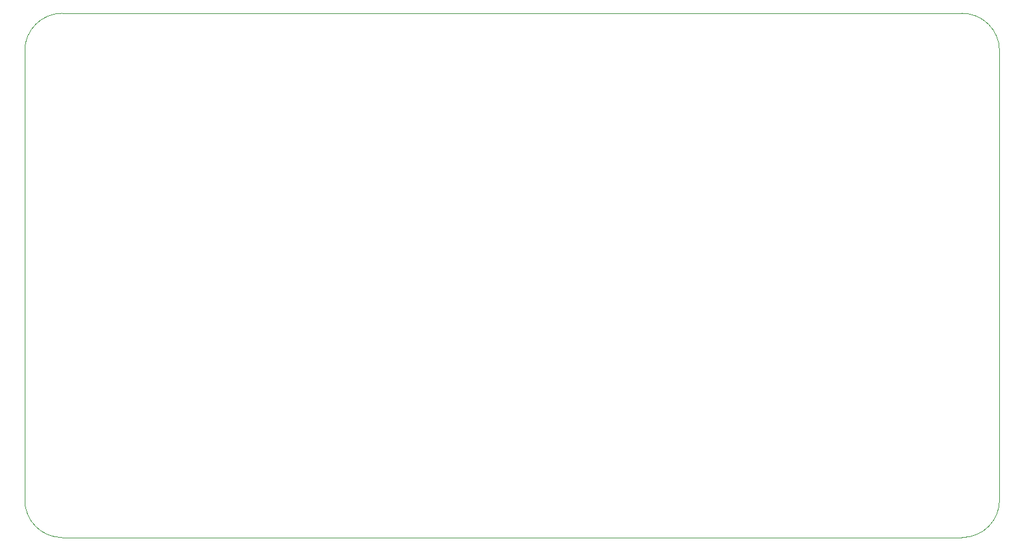
<source format=gm1>
%TF.GenerationSoftware,KiCad,Pcbnew,8.0.1*%
%TF.CreationDate,2024-03-27T19:35:34-03:00*%
%TF.ProjectId,ampsight,616d7073-6967-4687-942e-6b696361645f,rev?*%
%TF.SameCoordinates,Original*%
%TF.FileFunction,Profile,NP*%
%FSLAX46Y46*%
G04 Gerber Fmt 4.6, Leading zero omitted, Abs format (unit mm)*
G04 Created by KiCad (PCBNEW 8.0.1) date 2024-03-27 19:35:34*
%MOMM*%
%LPD*%
G01*
G04 APERTURE LIST*
%TA.AperFunction,Profile*%
%ADD10C,0.100000*%
%TD*%
G04 APERTURE END LIST*
D10*
X86250000Y-62500000D02*
X206250000Y-62500000D01*
X206250000Y-132500000D02*
X86250000Y-132500000D01*
X81250000Y-127500000D02*
X81250000Y-67500000D01*
X211250000Y-67500000D02*
X211250000Y-127500000D01*
X81250000Y-67500000D02*
G75*
G02*
X86250000Y-62500000I5000000J0D01*
G01*
X86250000Y-132500000D02*
G75*
G02*
X81250000Y-127500000I0J5000000D01*
G01*
X206250000Y-62500000D02*
G75*
G02*
X211250000Y-67500000I0J-5000000D01*
G01*
X211250000Y-127500000D02*
G75*
G02*
X206250000Y-132500000I-5000000J0D01*
G01*
M02*

</source>
